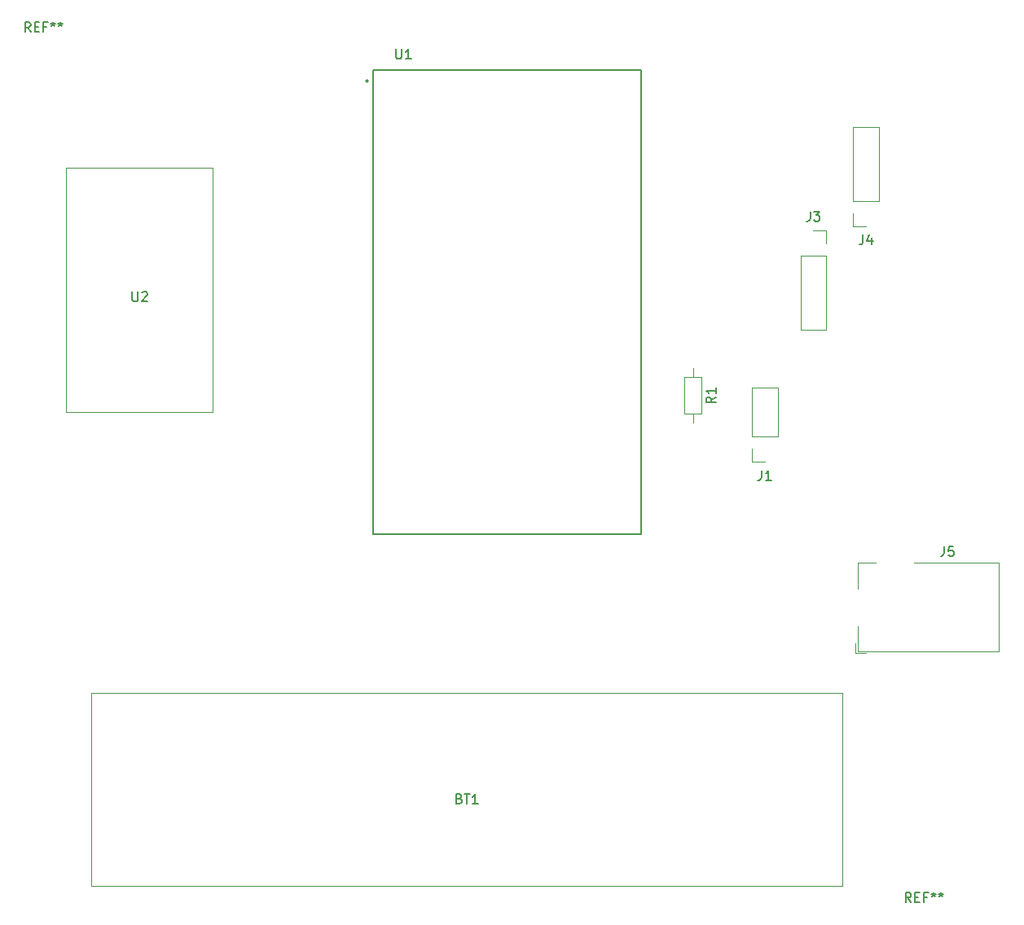
<source format=gbr>
%TF.GenerationSoftware,KiCad,Pcbnew,8.0.8*%
%TF.CreationDate,2025-02-21T17:49:15-05:00*%
%TF.ProjectId,linchenajuancarlos,6c696e63-6865-46e6-916a-75616e636172,rev?*%
%TF.SameCoordinates,Original*%
%TF.FileFunction,Legend,Top*%
%TF.FilePolarity,Positive*%
%FSLAX46Y46*%
G04 Gerber Fmt 4.6, Leading zero omitted, Abs format (unit mm)*
G04 Created by KiCad (PCBNEW 8.0.8) date 2025-02-21 17:49:15*
%MOMM*%
%LPD*%
G01*
G04 APERTURE LIST*
%ADD10C,0.150000*%
%ADD11C,0.120000*%
%ADD12C,0.127000*%
%ADD13C,0.200000*%
G04 APERTURE END LIST*
D10*
X104141666Y-64304819D02*
X104141666Y-65019104D01*
X104141666Y-65019104D02*
X104094047Y-65161961D01*
X104094047Y-65161961D02*
X103998809Y-65257200D01*
X103998809Y-65257200D02*
X103855952Y-65304819D01*
X103855952Y-65304819D02*
X103760714Y-65304819D01*
X105141666Y-65304819D02*
X104570238Y-65304819D01*
X104855952Y-65304819D02*
X104855952Y-64304819D01*
X104855952Y-64304819D02*
X104760714Y-64447676D01*
X104760714Y-64447676D02*
X104665476Y-64542914D01*
X104665476Y-64542914D02*
X104570238Y-64590533D01*
X38738095Y-45724819D02*
X38738095Y-46534342D01*
X38738095Y-46534342D02*
X38785714Y-46629580D01*
X38785714Y-46629580D02*
X38833333Y-46677200D01*
X38833333Y-46677200D02*
X38928571Y-46724819D01*
X38928571Y-46724819D02*
X39119047Y-46724819D01*
X39119047Y-46724819D02*
X39214285Y-46677200D01*
X39214285Y-46677200D02*
X39261904Y-46629580D01*
X39261904Y-46629580D02*
X39309523Y-46534342D01*
X39309523Y-46534342D02*
X39309523Y-45724819D01*
X39738095Y-45820057D02*
X39785714Y-45772438D01*
X39785714Y-45772438D02*
X39880952Y-45724819D01*
X39880952Y-45724819D02*
X40119047Y-45724819D01*
X40119047Y-45724819D02*
X40214285Y-45772438D01*
X40214285Y-45772438D02*
X40261904Y-45820057D01*
X40261904Y-45820057D02*
X40309523Y-45915295D01*
X40309523Y-45915295D02*
X40309523Y-46010533D01*
X40309523Y-46010533D02*
X40261904Y-46153390D01*
X40261904Y-46153390D02*
X39690476Y-46724819D01*
X39690476Y-46724819D02*
X40309523Y-46724819D01*
X119666666Y-109204819D02*
X119333333Y-108728628D01*
X119095238Y-109204819D02*
X119095238Y-108204819D01*
X119095238Y-108204819D02*
X119476190Y-108204819D01*
X119476190Y-108204819D02*
X119571428Y-108252438D01*
X119571428Y-108252438D02*
X119619047Y-108300057D01*
X119619047Y-108300057D02*
X119666666Y-108395295D01*
X119666666Y-108395295D02*
X119666666Y-108538152D01*
X119666666Y-108538152D02*
X119619047Y-108633390D01*
X119619047Y-108633390D02*
X119571428Y-108681009D01*
X119571428Y-108681009D02*
X119476190Y-108728628D01*
X119476190Y-108728628D02*
X119095238Y-108728628D01*
X120095238Y-108681009D02*
X120428571Y-108681009D01*
X120571428Y-109204819D02*
X120095238Y-109204819D01*
X120095238Y-109204819D02*
X120095238Y-108204819D01*
X120095238Y-108204819D02*
X120571428Y-108204819D01*
X121333333Y-108681009D02*
X121000000Y-108681009D01*
X121000000Y-109204819D02*
X121000000Y-108204819D01*
X121000000Y-108204819D02*
X121476190Y-108204819D01*
X122000000Y-108204819D02*
X122000000Y-108442914D01*
X121761905Y-108347676D02*
X122000000Y-108442914D01*
X122000000Y-108442914D02*
X122238095Y-108347676D01*
X121857143Y-108633390D02*
X122000000Y-108442914D01*
X122000000Y-108442914D02*
X122142857Y-108633390D01*
X122761905Y-108204819D02*
X122761905Y-108442914D01*
X122523810Y-108347676D02*
X122761905Y-108442914D01*
X122761905Y-108442914D02*
X123000000Y-108347676D01*
X122619048Y-108633390D02*
X122761905Y-108442914D01*
X122761905Y-108442914D02*
X122904762Y-108633390D01*
X28166666Y-18704819D02*
X27833333Y-18228628D01*
X27595238Y-18704819D02*
X27595238Y-17704819D01*
X27595238Y-17704819D02*
X27976190Y-17704819D01*
X27976190Y-17704819D02*
X28071428Y-17752438D01*
X28071428Y-17752438D02*
X28119047Y-17800057D01*
X28119047Y-17800057D02*
X28166666Y-17895295D01*
X28166666Y-17895295D02*
X28166666Y-18038152D01*
X28166666Y-18038152D02*
X28119047Y-18133390D01*
X28119047Y-18133390D02*
X28071428Y-18181009D01*
X28071428Y-18181009D02*
X27976190Y-18228628D01*
X27976190Y-18228628D02*
X27595238Y-18228628D01*
X28595238Y-18181009D02*
X28928571Y-18181009D01*
X29071428Y-18704819D02*
X28595238Y-18704819D01*
X28595238Y-18704819D02*
X28595238Y-17704819D01*
X28595238Y-17704819D02*
X29071428Y-17704819D01*
X29833333Y-18181009D02*
X29500000Y-18181009D01*
X29500000Y-18704819D02*
X29500000Y-17704819D01*
X29500000Y-17704819D02*
X29976190Y-17704819D01*
X30500000Y-17704819D02*
X30500000Y-17942914D01*
X30261905Y-17847676D02*
X30500000Y-17942914D01*
X30500000Y-17942914D02*
X30738095Y-17847676D01*
X30357143Y-18133390D02*
X30500000Y-17942914D01*
X30500000Y-17942914D02*
X30642857Y-18133390D01*
X31261905Y-17704819D02*
X31261905Y-17942914D01*
X31023810Y-17847676D02*
X31261905Y-17942914D01*
X31261905Y-17942914D02*
X31500000Y-17847676D01*
X31119048Y-18133390D02*
X31261905Y-17942914D01*
X31261905Y-17942914D02*
X31404762Y-18133390D01*
X109191666Y-37384819D02*
X109191666Y-38099104D01*
X109191666Y-38099104D02*
X109144047Y-38241961D01*
X109144047Y-38241961D02*
X109048809Y-38337200D01*
X109048809Y-38337200D02*
X108905952Y-38384819D01*
X108905952Y-38384819D02*
X108810714Y-38384819D01*
X109572619Y-37384819D02*
X110191666Y-37384819D01*
X110191666Y-37384819D02*
X109858333Y-37765771D01*
X109858333Y-37765771D02*
X110001190Y-37765771D01*
X110001190Y-37765771D02*
X110096428Y-37813390D01*
X110096428Y-37813390D02*
X110144047Y-37861009D01*
X110144047Y-37861009D02*
X110191666Y-37956247D01*
X110191666Y-37956247D02*
X110191666Y-38194342D01*
X110191666Y-38194342D02*
X110144047Y-38289580D01*
X110144047Y-38289580D02*
X110096428Y-38337200D01*
X110096428Y-38337200D02*
X110001190Y-38384819D01*
X110001190Y-38384819D02*
X109715476Y-38384819D01*
X109715476Y-38384819D02*
X109620238Y-38337200D01*
X109620238Y-38337200D02*
X109572619Y-38289580D01*
X114666666Y-39804819D02*
X114666666Y-40519104D01*
X114666666Y-40519104D02*
X114619047Y-40661961D01*
X114619047Y-40661961D02*
X114523809Y-40757200D01*
X114523809Y-40757200D02*
X114380952Y-40804819D01*
X114380952Y-40804819D02*
X114285714Y-40804819D01*
X115571428Y-40138152D02*
X115571428Y-40804819D01*
X115333333Y-39757200D02*
X115095238Y-40471485D01*
X115095238Y-40471485D02*
X115714285Y-40471485D01*
X72714285Y-98431009D02*
X72857142Y-98478628D01*
X72857142Y-98478628D02*
X72904761Y-98526247D01*
X72904761Y-98526247D02*
X72952380Y-98621485D01*
X72952380Y-98621485D02*
X72952380Y-98764342D01*
X72952380Y-98764342D02*
X72904761Y-98859580D01*
X72904761Y-98859580D02*
X72857142Y-98907200D01*
X72857142Y-98907200D02*
X72761904Y-98954819D01*
X72761904Y-98954819D02*
X72380952Y-98954819D01*
X72380952Y-98954819D02*
X72380952Y-97954819D01*
X72380952Y-97954819D02*
X72714285Y-97954819D01*
X72714285Y-97954819D02*
X72809523Y-98002438D01*
X72809523Y-98002438D02*
X72857142Y-98050057D01*
X72857142Y-98050057D02*
X72904761Y-98145295D01*
X72904761Y-98145295D02*
X72904761Y-98240533D01*
X72904761Y-98240533D02*
X72857142Y-98335771D01*
X72857142Y-98335771D02*
X72809523Y-98383390D01*
X72809523Y-98383390D02*
X72714285Y-98431009D01*
X72714285Y-98431009D02*
X72380952Y-98431009D01*
X73238095Y-97954819D02*
X73809523Y-97954819D01*
X73523809Y-98954819D02*
X73523809Y-97954819D01*
X74666666Y-98954819D02*
X74095238Y-98954819D01*
X74380952Y-98954819D02*
X74380952Y-97954819D01*
X74380952Y-97954819D02*
X74285714Y-98097676D01*
X74285714Y-98097676D02*
X74190476Y-98192914D01*
X74190476Y-98192914D02*
X74095238Y-98240533D01*
X66143095Y-20494819D02*
X66143095Y-21304342D01*
X66143095Y-21304342D02*
X66190714Y-21399580D01*
X66190714Y-21399580D02*
X66238333Y-21447200D01*
X66238333Y-21447200D02*
X66333571Y-21494819D01*
X66333571Y-21494819D02*
X66524047Y-21494819D01*
X66524047Y-21494819D02*
X66619285Y-21447200D01*
X66619285Y-21447200D02*
X66666904Y-21399580D01*
X66666904Y-21399580D02*
X66714523Y-21304342D01*
X66714523Y-21304342D02*
X66714523Y-20494819D01*
X67714523Y-21494819D02*
X67143095Y-21494819D01*
X67428809Y-21494819D02*
X67428809Y-20494819D01*
X67428809Y-20494819D02*
X67333571Y-20637676D01*
X67333571Y-20637676D02*
X67238333Y-20732914D01*
X67238333Y-20732914D02*
X67143095Y-20780533D01*
X123116666Y-72204819D02*
X123116666Y-72919104D01*
X123116666Y-72919104D02*
X123069047Y-73061961D01*
X123069047Y-73061961D02*
X122973809Y-73157200D01*
X122973809Y-73157200D02*
X122830952Y-73204819D01*
X122830952Y-73204819D02*
X122735714Y-73204819D01*
X124069047Y-72204819D02*
X123592857Y-72204819D01*
X123592857Y-72204819D02*
X123545238Y-72681009D01*
X123545238Y-72681009D02*
X123592857Y-72633390D01*
X123592857Y-72633390D02*
X123688095Y-72585771D01*
X123688095Y-72585771D02*
X123926190Y-72585771D01*
X123926190Y-72585771D02*
X124021428Y-72633390D01*
X124021428Y-72633390D02*
X124069047Y-72681009D01*
X124069047Y-72681009D02*
X124116666Y-72776247D01*
X124116666Y-72776247D02*
X124116666Y-73014342D01*
X124116666Y-73014342D02*
X124069047Y-73109580D01*
X124069047Y-73109580D02*
X124021428Y-73157200D01*
X124021428Y-73157200D02*
X123926190Y-73204819D01*
X123926190Y-73204819D02*
X123688095Y-73204819D01*
X123688095Y-73204819D02*
X123592857Y-73157200D01*
X123592857Y-73157200D02*
X123545238Y-73109580D01*
X99374819Y-56666666D02*
X98898628Y-56999999D01*
X99374819Y-57238094D02*
X98374819Y-57238094D01*
X98374819Y-57238094D02*
X98374819Y-56857142D01*
X98374819Y-56857142D02*
X98422438Y-56761904D01*
X98422438Y-56761904D02*
X98470057Y-56714285D01*
X98470057Y-56714285D02*
X98565295Y-56666666D01*
X98565295Y-56666666D02*
X98708152Y-56666666D01*
X98708152Y-56666666D02*
X98803390Y-56714285D01*
X98803390Y-56714285D02*
X98851009Y-56761904D01*
X98851009Y-56761904D02*
X98898628Y-56857142D01*
X98898628Y-56857142D02*
X98898628Y-57238094D01*
X99374819Y-55714285D02*
X99374819Y-56285713D01*
X99374819Y-55999999D02*
X98374819Y-55999999D01*
X98374819Y-55999999D02*
X98517676Y-56095237D01*
X98517676Y-56095237D02*
X98612914Y-56190475D01*
X98612914Y-56190475D02*
X98660533Y-56285713D01*
D11*
%TO.C,J1*%
X103145000Y-60810000D02*
X103145000Y-55670000D01*
X103145000Y-63410000D02*
X103145000Y-62080000D01*
X104475000Y-63410000D02*
X103145000Y-63410000D01*
X105805000Y-55670000D02*
X103145000Y-55670000D01*
X105805000Y-60810000D02*
X103145000Y-60810000D01*
X105805000Y-60810000D02*
X105805000Y-55670000D01*
%TO.C,U2*%
X31880000Y-32800000D02*
X47120000Y-32800000D01*
X47120000Y-58200000D01*
X31880000Y-58200000D01*
X31880000Y-32800000D01*
%TO.C,J3*%
X108195000Y-41970000D02*
X108195000Y-49650000D01*
X108195000Y-41970000D02*
X110855000Y-41970000D01*
X108195000Y-49650000D02*
X110855000Y-49650000D01*
X109525000Y-39370000D02*
X110855000Y-39370000D01*
X110855000Y-39370000D02*
X110855000Y-40700000D01*
X110855000Y-41970000D02*
X110855000Y-49650000D01*
%TO.C,J4*%
X113670000Y-36310000D02*
X113670000Y-28630000D01*
X113670000Y-38910000D02*
X113670000Y-37580000D01*
X115000000Y-38910000D02*
X113670000Y-38910000D01*
X116330000Y-28630000D02*
X113670000Y-28630000D01*
X116330000Y-36310000D02*
X113670000Y-36310000D01*
X116330000Y-36310000D02*
X116330000Y-28630000D01*
%TO.C,BT1*%
X34500000Y-87450000D02*
X112500000Y-87450000D01*
X34500000Y-107550000D02*
X34500000Y-87450000D01*
X112500000Y-87450000D02*
X112500000Y-107550000D01*
X112500000Y-107550000D02*
X34500000Y-107550000D01*
D12*
%TO.C,U1*%
X63750000Y-22690000D02*
X63750000Y-70890000D01*
X63750000Y-70890000D02*
X73630000Y-70890000D01*
X73630000Y-70890000D02*
X81760000Y-70890000D01*
X81760000Y-70890000D02*
X91650000Y-70890000D01*
X91650000Y-22690000D02*
X63750000Y-22690000D01*
X91650000Y-70890000D02*
X91650000Y-22690000D01*
D13*
X63230000Y-23820000D02*
G75*
G02*
X63030000Y-23820000I-100000J0D01*
G01*
X63030000Y-23820000D02*
G75*
G02*
X63230000Y-23820000I100000J0D01*
G01*
D11*
%TO.C,J5*%
X113900000Y-82250000D02*
X113900000Y-83300000D01*
X114100000Y-73900000D02*
X116000000Y-73900000D01*
X114100000Y-76600000D02*
X114100000Y-73900000D01*
X114100000Y-83100000D02*
X114100000Y-80500000D01*
X114950000Y-83300000D02*
X113900000Y-83300000D01*
X120000000Y-73900000D02*
X128800000Y-73900000D01*
X128800000Y-73900000D02*
X128800000Y-83100000D01*
X128800000Y-83100000D02*
X114100000Y-83100000D01*
%TO.C,R1*%
X96080000Y-54580000D02*
X96080000Y-58420000D01*
X96080000Y-58420000D02*
X97920000Y-58420000D01*
X97000000Y-53630000D02*
X97000000Y-54580000D01*
X97000000Y-59370000D02*
X97000000Y-58420000D01*
X97920000Y-54580000D02*
X96080000Y-54580000D01*
X97920000Y-58420000D02*
X97920000Y-54580000D01*
%TD*%
M02*

</source>
